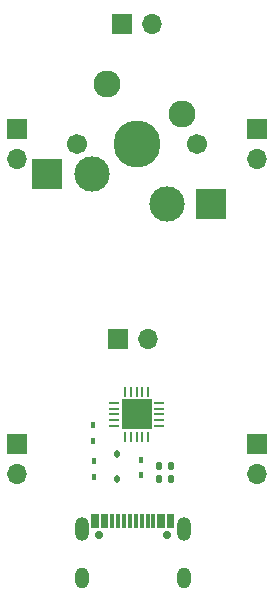
<source format=gbr>
%TF.GenerationSoftware,KiCad,Pcbnew,7.0.6*%
%TF.CreationDate,2023-08-06T17:13:19+10:00*%
%TF.ProjectId,single-key-keyboard,73696e67-6c65-42d6-9b65-792d6b657962,rev?*%
%TF.SameCoordinates,Original*%
%TF.FileFunction,Soldermask,Top*%
%TF.FilePolarity,Negative*%
%FSLAX46Y46*%
G04 Gerber Fmt 4.6, Leading zero omitted, Abs format (unit mm)*
G04 Created by KiCad (PCBNEW 7.0.6) date 2023-08-06 17:13:19*
%MOMM*%
%LPD*%
G01*
G04 APERTURE LIST*
G04 Aperture macros list*
%AMRoundRect*
0 Rectangle with rounded corners*
0 $1 Rounding radius*
0 $2 $3 $4 $5 $6 $7 $8 $9 X,Y pos of 4 corners*
0 Add a 4 corners polygon primitive as box body*
4,1,4,$2,$3,$4,$5,$6,$7,$8,$9,$2,$3,0*
0 Add four circle primitives for the rounded corners*
1,1,$1+$1,$2,$3*
1,1,$1+$1,$4,$5*
1,1,$1+$1,$6,$7*
1,1,$1+$1,$8,$9*
0 Add four rect primitives between the rounded corners*
20,1,$1+$1,$2,$3,$4,$5,0*
20,1,$1+$1,$4,$5,$6,$7,0*
20,1,$1+$1,$6,$7,$8,$9,0*
20,1,$1+$1,$8,$9,$2,$3,0*%
G04 Aperture macros list end*
%ADD10R,1.700000X1.700000*%
%ADD11O,1.700000X1.700000*%
%ADD12R,2.550000X2.500000*%
%ADD13C,3.000000*%
%ADD14C,2.286000*%
%ADD15C,3.987800*%
%ADD16C,1.701800*%
%ADD17C,0.700000*%
%ADD18O,1.200000X2.000000*%
%ADD19O,1.200000X1.800000*%
%ADD20R,0.300000X1.300000*%
%ADD21RoundRect,0.062500X-0.362500X-0.062500X0.362500X-0.062500X0.362500X0.062500X-0.362500X0.062500X0*%
%ADD22RoundRect,0.062500X-0.062500X-0.362500X0.062500X-0.362500X0.062500X0.362500X-0.062500X0.362500X0*%
%ADD23R,2.600000X2.600000*%
%ADD24RoundRect,0.135000X0.135000X0.185000X-0.135000X0.185000X-0.135000X-0.185000X0.135000X-0.185000X0*%
%ADD25R,0.400000X0.480000*%
%ADD26RoundRect,0.112500X-0.112500X0.187500X-0.112500X-0.187500X0.112500X-0.187500X0.112500X0.187500X0*%
G04 APERTURE END LIST*
D10*
%TO.C,TP7*%
X151130000Y-97790000D03*
D11*
X151130000Y-100330000D03*
%TD*%
D10*
%TO.C,TP5*%
X139700000Y-88900000D03*
D11*
X142240000Y-88900000D03*
%TD*%
D10*
%TO.C,TP1*%
X130810000Y-97790000D03*
D11*
X130810000Y-100330000D03*
%TD*%
D10*
%TO.C,TP4*%
X151130000Y-124460000D03*
D11*
X151130000Y-127000000D03*
%TD*%
D10*
%TO.C,TP3*%
X130810000Y-124460000D03*
D11*
X130810000Y-127000000D03*
%TD*%
D10*
%TO.C,TP2*%
X139440000Y-115570000D03*
D11*
X141980000Y-115570000D03*
%TD*%
D12*
%TO.C,SW1*%
X147280000Y-104140000D03*
D13*
X143530000Y-104140000D03*
X137180000Y-101600000D03*
D14*
X138450000Y-93980000D03*
D15*
X140990000Y-99060000D03*
D14*
X144800000Y-96520000D03*
D16*
X135910000Y-99060000D03*
X146070000Y-99060000D03*
D12*
X133430000Y-101600000D03*
%TD*%
D17*
%TO.C,P1*%
X143540000Y-132115000D03*
X137760000Y-132115000D03*
D18*
X136330000Y-131585000D03*
X144970000Y-131585000D03*
D19*
X136330000Y-135765000D03*
X144970000Y-135765000D03*
D20*
X137300000Y-130935000D03*
X138100000Y-130935000D03*
X139400000Y-130935000D03*
X140400000Y-130935000D03*
X140900000Y-130935000D03*
X141900000Y-130935000D03*
X143200000Y-130935000D03*
X144000000Y-130935000D03*
X143700000Y-130935000D03*
X142900000Y-130935000D03*
X142400000Y-130935000D03*
X141400000Y-130935000D03*
X139900000Y-130935000D03*
X138900000Y-130935000D03*
X138400000Y-130935000D03*
X137600000Y-130935000D03*
%TD*%
D21*
%TO.C,U1*%
X139045000Y-120920000D03*
X139045000Y-121420000D03*
X139045000Y-121920000D03*
X139045000Y-122420000D03*
X139045000Y-122920000D03*
D22*
X139970000Y-123845000D03*
X140470000Y-123845000D03*
X140970000Y-123845000D03*
X141470000Y-123845000D03*
X141970000Y-123845000D03*
D21*
X142895000Y-122920000D03*
X142895000Y-122420000D03*
X142895000Y-121920000D03*
X142895000Y-121420000D03*
X142895000Y-120920000D03*
D22*
X141970000Y-119995000D03*
X141470000Y-119995000D03*
X140970000Y-119995000D03*
X140470000Y-119995000D03*
X139970000Y-119995000D03*
D23*
X140970000Y-121920000D03*
%TD*%
D24*
%TO.C,R2*%
X143910000Y-126300000D03*
X142890000Y-126300000D03*
%TD*%
%TO.C,R1*%
X143890000Y-127350000D03*
X142870000Y-127350000D03*
%TD*%
D25*
%TO.C,D4*%
X137330000Y-125860000D03*
X137330000Y-127180000D03*
%TD*%
%TO.C,D3*%
X141340000Y-125760000D03*
X141340000Y-127080000D03*
%TD*%
D26*
%TO.C,D2*%
X139290000Y-125280000D03*
X139290000Y-127380000D03*
%TD*%
D25*
%TO.C,D1*%
X137260000Y-122840000D03*
X137260000Y-124160000D03*
%TD*%
M02*

</source>
